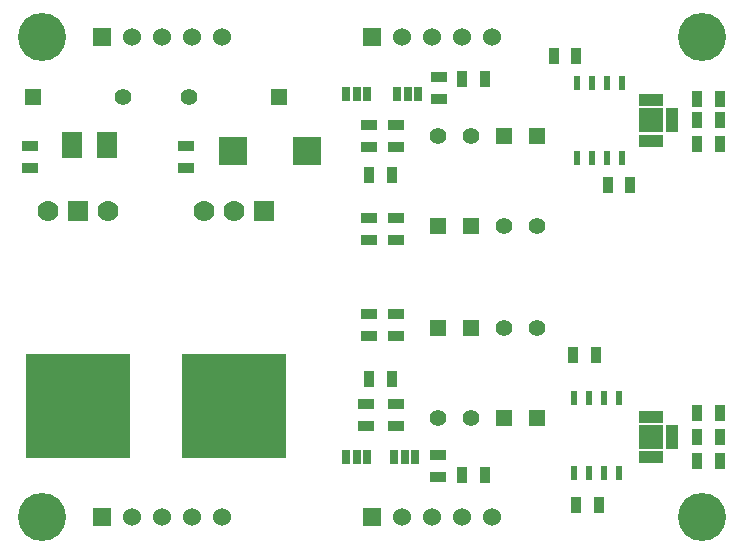
<source format=gts>
G04 (created by PCBNEW (2013-07-07 BZR 4022)-stable) date 12/7/2014 1:23:50 PM*
%MOIN*%
G04 Gerber Fmt 3.4, Leading zero omitted, Abs format*
%FSLAX34Y34*%
G01*
G70*
G90*
G04 APERTURE LIST*
%ADD10C,0.00590551*%
%ADD11R,0.02X0.045*%
%ADD12R,0.035X0.055*%
%ADD13R,0.055X0.035*%
%ADD14R,0.055X0.055*%
%ADD15C,0.055*%
%ADD16R,0.0933071X0.0956693*%
%ADD17R,0.0708661X0.0877953*%
%ADD18C,0.07*%
%ADD19R,0.07X0.07*%
%ADD20R,0.35X0.35*%
%ADD21C,0.16*%
%ADD22R,0.06X0.06*%
%ADD23C,0.06*%
%ADD24R,0.025X0.05*%
%ADD25R,0.0787402X0.0787402*%
%ADD26R,0.0787402X0.0393701*%
%ADD27R,0.0393701X0.0787402*%
G04 APERTURE END LIST*
G54D10*
G54D11*
X71629Y-65961D03*
X71129Y-65961D03*
X70629Y-65961D03*
X70129Y-65961D03*
X70129Y-63461D03*
X70629Y-63461D03*
X71129Y-63461D03*
X71629Y-63461D03*
X71729Y-55461D03*
X71229Y-55461D03*
X70729Y-55461D03*
X70229Y-55461D03*
X70229Y-52961D03*
X70729Y-52961D03*
X71229Y-52961D03*
X71729Y-52961D03*
G54D12*
X67154Y-52811D03*
X66404Y-52811D03*
X74225Y-64750D03*
X74975Y-64750D03*
X74225Y-63950D03*
X74975Y-63950D03*
G54D13*
X64179Y-54336D03*
X64179Y-55086D03*
G54D12*
X63304Y-56011D03*
X64054Y-56011D03*
X71254Y-56361D03*
X72004Y-56361D03*
X70204Y-52061D03*
X69454Y-52061D03*
X74975Y-55000D03*
X74225Y-55000D03*
X74225Y-53500D03*
X74975Y-53500D03*
G54D13*
X65629Y-53486D03*
X65629Y-52736D03*
X64179Y-57436D03*
X64179Y-58186D03*
X63279Y-58186D03*
X63279Y-57436D03*
X63279Y-54336D03*
X63279Y-55086D03*
G54D12*
X74225Y-54200D03*
X74975Y-54200D03*
X70104Y-62011D03*
X70854Y-62011D03*
X74975Y-65550D03*
X74225Y-65550D03*
X70954Y-67011D03*
X70204Y-67011D03*
X63304Y-62811D03*
X64054Y-62811D03*
G54D13*
X51979Y-55786D03*
X51979Y-55036D03*
X57179Y-55036D03*
X57179Y-55786D03*
X64179Y-64386D03*
X64179Y-63636D03*
G54D12*
X67154Y-66011D03*
X66404Y-66011D03*
G54D13*
X65579Y-65336D03*
X65579Y-66086D03*
X64179Y-61386D03*
X64179Y-60636D03*
X63279Y-60636D03*
X63279Y-61386D03*
X63179Y-64386D03*
X63179Y-63636D03*
G54D14*
X65579Y-61111D03*
G54D15*
X65579Y-64111D03*
G54D14*
X60279Y-53411D03*
G54D15*
X57279Y-53411D03*
G54D14*
X65579Y-57711D03*
G54D15*
X65579Y-54711D03*
G54D14*
X68881Y-54709D03*
G54D15*
X68881Y-57709D03*
G54D14*
X66681Y-57709D03*
G54D15*
X66681Y-54709D03*
G54D14*
X67781Y-54709D03*
G54D15*
X67781Y-57709D03*
G54D14*
X52079Y-53411D03*
G54D15*
X55079Y-53411D03*
G54D14*
X68881Y-64109D03*
G54D15*
X68881Y-61109D03*
G54D14*
X67781Y-64109D03*
G54D15*
X67781Y-61109D03*
G54D14*
X66681Y-61109D03*
G54D15*
X66681Y-64109D03*
G54D16*
X61207Y-55211D03*
X58751Y-55211D03*
G54D17*
X54554Y-55011D03*
X53404Y-55011D03*
G54D18*
X57779Y-57211D03*
G54D19*
X59779Y-57211D03*
G54D18*
X58779Y-57211D03*
G54D20*
X58779Y-63711D03*
X53579Y-63711D03*
G54D18*
X54579Y-57211D03*
G54D19*
X53579Y-57211D03*
G54D18*
X52579Y-57211D03*
G54D21*
X74379Y-67411D03*
X52379Y-67411D03*
X52379Y-51411D03*
X74379Y-51411D03*
G54D22*
X54381Y-51409D03*
G54D23*
X55381Y-51409D03*
X56381Y-51409D03*
X57381Y-51409D03*
X58381Y-51409D03*
G54D22*
X54381Y-67409D03*
G54D23*
X55381Y-67409D03*
X56381Y-67409D03*
X57381Y-67409D03*
X58381Y-67409D03*
G54D22*
X63381Y-67409D03*
G54D23*
X64381Y-67409D03*
X65381Y-67409D03*
X66381Y-67409D03*
X67381Y-67409D03*
G54D22*
X63381Y-51409D03*
G54D23*
X64381Y-51409D03*
X65381Y-51409D03*
X66381Y-51409D03*
X67381Y-51409D03*
G54D24*
X64480Y-65420D03*
X64130Y-65420D03*
X64830Y-65420D03*
X62880Y-65420D03*
X62530Y-65420D03*
X63230Y-65420D03*
X64580Y-53310D03*
X64230Y-53310D03*
X64930Y-53310D03*
X62880Y-53310D03*
X62530Y-53310D03*
X63230Y-53310D03*
G54D25*
X72700Y-64750D03*
G54D26*
X72700Y-64070D03*
G54D27*
X73380Y-64750D03*
G54D26*
X72700Y-65430D03*
G54D25*
X72700Y-54200D03*
G54D26*
X72700Y-53520D03*
G54D27*
X73380Y-54200D03*
G54D26*
X72700Y-54880D03*
M02*

</source>
